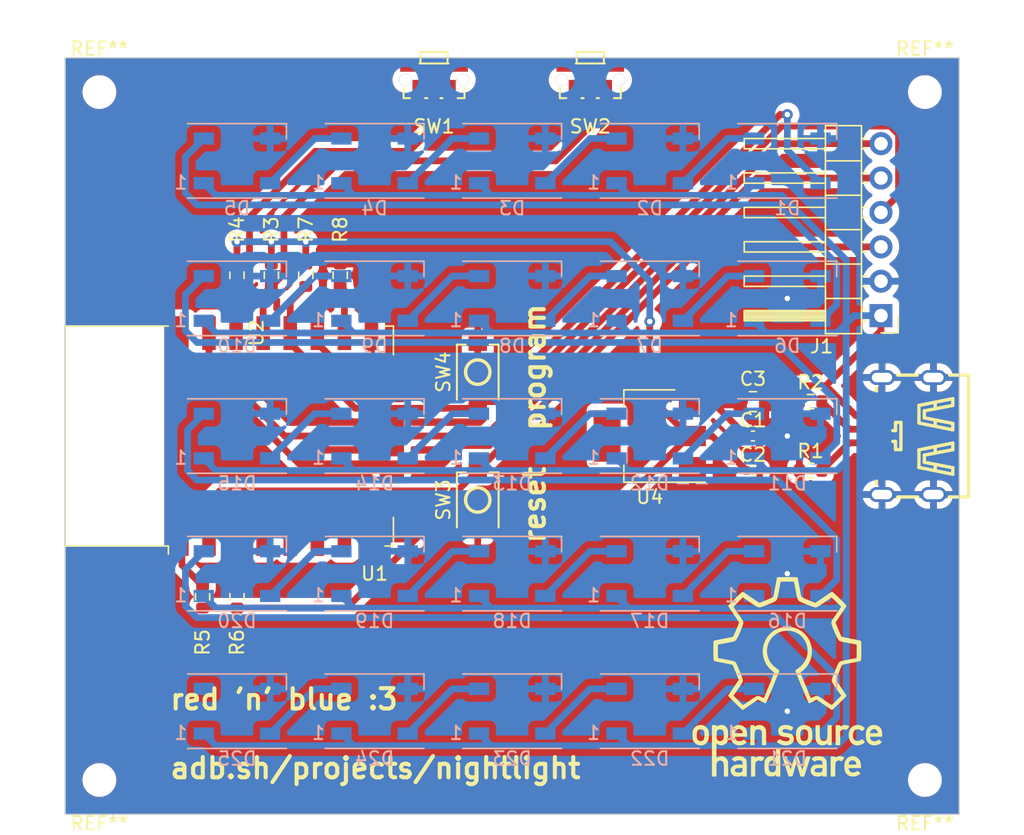
<source format=kicad_pcb>
(kicad_pcb (version 20221018) (generator pcbnew)
  (layers (0 "F.Cu" signal) (31 "B.Cu" signal) (34 "B.Paste" user) (35 "F.Paste" user) (36 "B.SilkS" user "B.Silkscreen") (37 "F.SilkS" user "F.Silkscreen") (38 "B.Mask" user) (39 "F.Mask" user) (44 "Edge.Cuts" user))
  (net 0 "")
  (net 1 "+5V")
  (net 2 "Net-(D1-DOUT)")
  (net 3 "GND")
  (net 5 "/neopixels")
  (net 10 "+3V3")
  (net 17 "/reset")
  (net 18 "Net-(U1-EN)")
  (net 19 "/program")
  (net 20 "Net-(U1-GPIO15)")
  (net 21 "/RX")
  (net 22 "/TX")
  (net 23 "Net-(D2-DOUT)")
  (net 24 "Net-(D3-DOUT)")
  (net 25 "Net-(D4-DOUT)")
  (net 26 "Net-(D6-DOUT)")
  (net 27 "Net-(D7-DOUT)")
  (net 28 "Net-(D8-DOUT)")
  (net 29 "Net-(D10-DIN)")
  (net 30 "Net-(D5-DOUT)")
  (net 31 "Net-(U2-CC1)")
  (net 32 "Net-(U2-CC2)")
  (net 33 "Net-(D10-DOUT)")
  (net 34 "Net-(D11-DOUT)")
  (net 35 "Net-(D12-DOUT)")
  (net 36 "Net-(D13-DOUT)")
  (net 37 "Net-(D14-DOUT)")
  (net 38 "Net-(D15-DOUT)")
  (net 39 "Net-(D16-DOUT)")
  (net 40 "Net-(D17-DOUT)")
  (net 41 "Net-(D18-DOUT)")
  (net 42 "Net-(D19-DOUT)")
  (net 43 "Net-(D20-DOUT)")
  (net 44 "Net-(D21-DOUT)")
  (net 45 "Net-(D22-DOUT)")
  (net 46 "Net-(D23-DOUT)")
  (net 47 "Net-(D24-DOUT)")
  (net 49 "/SW1")
  (net 50 "/SW2")
  (footprint "Resistor_SMD:R_0603_1608Metric" (layer "F.Cu") (at 98.235 73.66)
    (fp_text reference "R2")
    (fp_text value "R")
  )
  (footprint "Resistor_SMD:R_0603_1608Metric" (layer "F.Cu") (at 60.96 64.325 90)
    (fp_text reference "R7")
    (fp_text value "R")
  )
  (footprint "Package_TO_SOT_SMD:SOT-223-3_TabPin2" (layer "F.Cu") (at 86.36 76.2 180)
    (fp_text reference "U4")
    (fp_text value "AMS1117-3.3")
  )
  (footprint "Resistor_SMD:R_0603_1608Metric" (layer "F.Cu") (at 55.88 88.075 -90)
    (fp_text reference "R6")
    (fp_text value "R")
  )
  (footprint "MountingHole:MountingHole_2mm" (layer "F.Cu") (at 106.68 101.6 180)
    (fp_text reference "REF**")
    (fp_text value "MountingHole_2mm")
  )
  (footprint "Capacitor_SMD:C_0805_2012Metric" (layer "F.Cu") (at 93.98 73.66)
    (fp_text reference "C3")
    (fp_text value "C")
  )
  (footprint "LOGO" (layer "F.Cu") (at 96.52 93.98)
    (fp_text reference "G***" hide)
    (fp_text value "LOGO" hide)
  )
  (footprint "Resistor_SMD:R_0603_1608Metric" (layer "F.Cu") (at 98.235 78.74)
    (fp_text reference "R1")
    (fp_text value "R")
  )
  (footprint "Connector_PinHeader_2.54mm:PinHeader_1x06_P2.54mm_Horizontal" (layer "F.Cu") (at 103.435 67.31 180)
    (fp_text reference "J1")
    (fp_text value "Conn_01x06_Pin")
  )
  (footprint "MountingHole:MountingHole_2mm" (layer "F.Cu") (at 45.72 101.6 180)
    (fp_text reference "REF**")
    (fp_text value "MountingHole_2mm")
  )
  (footprint "nightlight:TYPE-C-SMD_TYPE-C-6P" (layer "F.Cu") (at 105.348474 76.2 90)
    (fp_text reference "U2")
    (fp_text value "USB-TYPE-C-009")
  )
  (footprint "Resistor_SMD:R_0603_1608Metric" (layer "F.Cu") (at 55.88 64.325 90)
    (fp_text reference "R4")
    (fp_text value "R")
  )
  (footprint "nightlight:KEY-SMD_SKRTLAE010" (layer "F.Cu") (at 81.97 49.82 180)
    (fp_text reference "SW2")
    (fp_text value "SKRTLAE010")
  )
  (footprint "MountingHole:MountingHole_2mm" (layer "F.Cu") (at 45.72 50.8)
    (fp_text reference "REF**")
    (fp_text value "MountingHole_2mm")
  )
  (footprint "RF_Module:ESP-12E" (layer "F.Cu") (at 55.313604 76.2 90)
    (fp_text reference "U1")
    (fp_text value "ESP-12F")
  )
  (footprint "Resistor_SMD:R_0603_1608Metric" (layer "F.Cu") (at 58.42 64.325 90)
    (fp_text reference "R3")
    (fp_text value "R")
  )
  (footprint "Capacitor_SMD:C_0402_1005Metric" (layer "F.Cu") (at 93.98 76.2)
    (fp_text reference "C1")
    (fp_text value "C")
  )
  (footprint "Capacitor_SMD:C_0402_1005Metric" (layer "F.Cu") (at 93.98 78.74)
    (fp_text reference "C2")
    (fp_text value "C")
  )
  (footprint "MountingHole:MountingHole_2mm" (layer "F.Cu") (at 106.68 50.8)
    (fp_text reference "REF**")
    (fp_text value "MountingHole_2mm")
  )
  (footprint "nightlight:KEY-SMD_SKRTLAE010" (layer "F.Cu") (at 70.43 49.82 180)
    (fp_text reference "SW1")
    (fp_text value "SKRTLAE010")
  )
  (footprint "Resistor_SMD:R_0603_1608Metric" (layer "F.Cu") (at 63.5 64.325 -90)
    (fp_text reference "R8")
    (fp_text value "R")
  )
  (footprint "nightlight:SW-SMD_L3.9-W3.0-P4.45" (layer "F.Cu") (at 73.66 71.48 -90)
    (fp_text reference "SW4")
    (fp_text value "SW_Push")
  )
  (footprint "Resistor_SMD:R_0603_1608Metric" (layer "F.Cu") (at 53.34 88.075 -90)
    (fp_text reference "R5")
    (fp_text value "R")
  )
  (footprint "nightlight:SW-SMD_L3.9-W3.0-P4.45" (layer "F.Cu") (at 73.66 80.92 -90)
    (fp_text reference "SW3")
    (fp_text value "SW_Push")
  )
  (footprint "LED_SMD:LED_WS2812B_PLCC4_5.0x5.0mm_P3.2mm" (layer "B.Cu") (at 66.04 76.2)
    (fp_text reference "D14")
    (fp_text value "WS2812B")
  )
  (footprint "LED_SMD:LED_WS2812B_PLCC4_5.0x5.0mm_P3.2mm" (layer "B.Cu") (at 86.36 66.04)
    (fp_text reference "D7")
    (fp_text value "WS2812B")
  )
  (footprint "LED_SMD:LED_WS2812B_PLCC4_5.0x5.0mm_P3.2mm" (layer "B.Cu") (at 96.52 76.2)
    (fp_text reference "D11")
    (fp_text value "WS2812B")
  )
  (footprint "LED_SMD:LED_WS2812B_PLCC4_5.0x5.0mm_P3.2mm" (layer "B.Cu") (at 86.36 76.2)
    (fp_text reference "D12")
    (fp_text value "WS2812B")
  )
  (footprint "LED_SMD:LED_WS2812B_PLCC4_5.0x5.0mm_P3.2mm" (layer "B.Cu") (at 76.2 55.88)
    (fp_text reference "D3")
    (fp_text value "WS2812B")
  )
  (footprint "LED_SMD:LED_WS2812B_PLCC4_5.0x5.0mm_P3.2mm" (layer "B.Cu") (at 55.88 55.88)
    (fp_text reference "D5")
    (fp_text value "WS2812B")
  )
  (footprint "LED_SMD:LED_WS2812B_PLCC4_5.0x5.0mm_P3.2mm" (layer "B.Cu") (at 76.2 66.04)
    (fp_text reference "D8")
    (fp_text value "WS2812B")
  )
  (footprint "LED_SMD:LED_WS2812B_PLCC4_5.0x5.0mm_P3.2mm" (layer "B.Cu") (at 86.36 96.52)
    (fp_text reference "D22")
    (fp_text value "WS2812B")
  )
  (footprint "LED_SMD:LED_WS2812B_PLCC4_5.0x5.0mm_P3.2mm" (layer "B.Cu") (at 76.2 86.36)
    (fp_text reference "D18")
    (fp_text value "WS2812B")
  )
  (footprint "LED_SMD:LED_WS2812B_PLCC4_5.0x5.0mm_P3.2mm" (layer "B.Cu") (at 76.2 76.2)
    (fp_text reference "D13")
    (fp_text value "WS2812B")
  )
  (footprint "LED_SMD:LED_WS2812B_PLCC4_5.0x5.0mm_P3.2mm" (layer "B.Cu") (at 86.36 55.88)
    (fp_text reference "D2")
    (fp_text value "WS2812B")
  )
  (footprint "LED_SMD:LED_WS2812B_PLCC4_5.0x5.0mm_P3.2mm" (layer "B.Cu") (at 66.04 96.52)
    (fp_text reference "D24")
    (fp_text value "WS2812B")
  )
  (footprint "LED_SMD:LED_WS2812B_PLCC4_5.0x5.0mm_P3.2mm" (layer "B.Cu") (at 76.2 96.52)
    (fp_text reference "D23")
    (fp_text value "WS2812B")
  )
  (footprint "LED_SMD:LED_WS2812B_PLCC4_5.0x5.0mm_P3.2mm" (layer "B.Cu") (at 86.36 86.36)
    (fp_text reference "D17")
    (fp_text value "WS2812B")
  )
  (footprint "LED_SMD:LED_WS2812B_PLCC4_5.0x5.0mm_P3.2mm" (layer "B.Cu") (at 55.88 76.2)
    (fp_text reference "D15")
    (fp_text value "WS2812B")
  )
  (footprint "LED_SMD:LED_WS2812B_PLCC4_5.0x5.0mm_P3.2mm" (layer "B.Cu") (at 66.04 86.36)
    (fp_text reference "D19")
    (fp_text value "WS2812B")
  )
  (footprint "LED_SMD:LED_WS2812B_PLCC4_5.0x5.0mm_P3.2mm" (layer "B.Cu") (at 55.88 86.36)
    (fp_text reference "D20")
    (fp_text value "WS2812B")
  )
  (footprint "LED_SMD:LED_WS2812B_PLCC4_5.0x5.0mm_P3.2mm" (layer "B.Cu") (at 96.52 96.52)
    (fp_text reference "D21")
    (fp_text value "WS2812B")
  )
  (footprint "LED_SMD:LED_WS2812B_PLCC4_5.0x5.0mm_P3.2mm" (layer "B.Cu") (at 55.88 96.52)
    (fp_text reference "D25")
    (fp_text value "WS2812B")
  )
  (footprint "LED_SMD:LED_WS2812B_PLCC4_5.0x5.0mm_P3.2mm" (layer "B.Cu") (at 66.04 55.88)
    (fp_text reference "D4")
    (fp_text value "WS2812B")
  )
  (footprint "LED_SMD:LED_WS2812B_PLCC4_5.0x5.0mm_P3.2mm" (layer "B.Cu") (at 55.88 66.04)
    (fp_text reference "D10")
    (fp_text value "WS2812B")
  )
  (footprint "LED_SMD:LED_WS2812B_PLCC4_5.0x5.0mm_P3.2mm" (layer "B.Cu") (at 96.52 66.04)
    (fp_text reference "D6")
    (fp_text value "WS2812B")
  )
  (footprint "LED_SMD:LED_WS2812B_PLCC4_5.0x5.0mm_P3.2mm" (layer "B.Cu") (at 96.52 55.88)
    (fp_text reference "D1")
    (fp_text value "WS2812B")
  )
  (footprint "LED_SMD:LED_WS2812B_PLCC4_5.0x5.0mm_P3.2mm" (layer "B.Cu") (at 66.04 66.04)
    (fp_text reference "D9")
    (fp_text value "WS2812B")
  )
  (footprint "LED_SMD:LED_WS2812B_PLCC4_5.0x5.0mm_P3.2mm" (layer "B.Cu") (at 96.52 86.36)
    (fp_text reference "D16")
    (fp_text value "WS2812B")
  )
  (gr_poly (pts (xy 43.18 48.26) (xy 109.22 48.26) (xy 109.22 104.14) (xy 43.18 104.14)) (stroke (width 0.1)) (fill none) (layer "Edge.Cuts"))
  (gr_text "red 'n' blue :3" (at 50.8 96.52) (layer "F.SilkS") (effects (font (size 1.5 1.5) (thickness 0.3) bold) (justify left bottom)))
  (gr_text "program" (at 78.74 71.12 90) (layer "F.SilkS") (effects (font (size 1.5 1.5) (thickness 0.3) bold) (justify bottom)))
  (gr_text "adb.sh/projects/nightlight" (at 50.8 101.6) (layer "F.SilkS") (effects (font (size 1.5 1.5) (thickness 0.3) bold) (justify left bottom)))
  (gr_text "reset" (at 78.74 81.28 90) (layer "F.SilkS") (effects (font (size 1.5 1.5) (thickness 0.3) bold) (justify bottom)))
  (segment (start 104.338474 74.9) (end 104.338474 77.5) (width 0.5) (layer "F.Cu") (net 1))
  (segment (start 99.365 72.485) (end 94.205 72.485) (width 0.5) (layer "F.Cu") (net 1))
  (segment (start 104.138474 74.7) (end 104.338474 74.9) (width 0.5) (layer "F.Cu") (net 1))
  (segment (start 103.435 68.415) (end 103.435 67.31) (width 0.5) (layer "F.Cu") (net 1))
  (segment (start 103.388474 74.7) (end 104.138474 74.7) (width 0.5) (layer "F.Cu") (net 1))
  (segment (start 104.338474 77.5) (end 104.138474 77.7) (width 0.5) (layer "F.Cu") (net 1))
  (segment (start 91.2 73.9) (end 89.51 73.9) (width 0.5) (layer "F.Cu") (net 1))
  (segment (start 99.365 72.485) (end 103.435 68.415) (width 0.5) (layer "F.Cu") (net 1))
  (segment (start 93.5 76.2) (end 91.2 73.9) (width 0.5) (layer "F.Cu") (net 1))
  (segment (start 94.205 72.485) (end 93.03 73.66) (width 0.5) (layer "F.Cu") (net 1))
  (segment (start 93.13 73.9) (end 93.37 73.66) (width 0.5) (layer "F.Cu") (net 1))
  (segment (start 101.58 74.7) (end 103.388474 74.7) (width 0.5) (layer "F.Cu") (net 1))
  (segment (start 99.365 72.485) (end 101.58 74.7) (width 0.5) (layer "F.Cu") (net 1))
  (segment (start 92.79 73.9) (end 93.03 73.66) (width 0.5) (layer "F.Cu") (net 1))
  (segment (start 89.51 73.9) (end 92.79 73.9) (width 0.5) (layer "F.Cu") (net 1))
  (segment (start 104.138474 77.7) (end 103.388474 77.7) (width 0.5) (layer "F.Cu") (net 1))
  (segment (start 84.81 88.91) (end 74.65 88.91) (width 0.5) (layer "B.Cu") (net 1))
  (segment (start 100.17 99.07) (end 94.97 99.07) (width 0.5) (layer "B.Cu") (net 1))
  (segment (start 54.33 68.59) (end 53.43 67.69) (width 0.5) (layer "B.Cu") (net 1))
  (segment (start 84.81 78.75) (end 94.97 78.75) (width 0.5) (layer "B.Cu") (net 1))
  (segment (start 103.435 67.31) (end 101.45 67.31) (width 0.5) (layer "B.Cu") (net 1))
  (segment (start 100.17 78.75) (end 94.97 78.75) (width 0.5) (layer "B.Cu") (net 1))
  (segment (start 64.49 78.75) (end 54.33 78.75) (width 0.5) (layer "B.Cu") (net 1))
  (segment (start 64.49 99.07) (end 54.33 99.07) (width 0.5) (layer "B.Cu") (net 1))
  (segment (start 100.87 78.05) (end 100.17 78.75) (width 0.5) (layer "B.Cu") (net 1))
  (segment (start 54.33 88.91) (end 53.43 88.01) (width 0.5) (layer "B.Cu") (net 1))
  (segment (start 84.81 88.91) (end 83.91 88.01) (width 0.5) (layer "B.Cu") (net 1))
  (segment (start 100.87 88.21) (end 100.87 98.37) (width 0.5) (layer "B.Cu") (net 1))
  (segment (start 74.65 99.07) (end 73.75 98.17) (width 0.5) (layer "B.Cu") (net 1))
  (segment (start 64.49 99.07) (end 63.59 98.17) (width 0.5) (layer "B.Cu") (net 1))
  (segment (start 54.33 78.75) (end 53.43 77.85) (width 0.5) (layer "B.Cu") (net 1))
  (segment (start 100.87 67.89) (end 100.17 68.59) (width 0.5) (layer "B.Cu") (net 1))
  (segment (start 93.17 58.43) (end 96.09995 58.43) (width 0.5) (layer "B.Cu") (net 1))
  (segment (start 64.49 88.91) (end 54.33 88.91) (width 0.5) (layer "B.Cu") (net 1))
  (segment (start 84.81 99.07) (end 83.91 98.17) (width 0.5) (layer "B.Cu") (net 1))
  (segment (start 84.81 78.75) (end 83.91 77.85) (width 0.5) (layer "B.Cu") (net 1))
  (segment (start 74.65 78.75) (end 73.75 77.85) (width 0.5) (layer "B.Cu") (net 1))
  (segment (start 84.81 68.59) (end 74.65 68.59) (width 0.5) (layer "B.Cu") (net 1))
  (segment (start 84.81 58.43) (end 83.91 57.53) (width 0.5) (layer "B.Cu") (net 1))
  (segment (start 94.97 78.75) (end 94.07 77.85) (width 0.5) (layer "B.Cu") (net 1))
  (segment (start 54.33 58.43) (end 53.43 57.53) (width 0.5) (layer "B.Cu") (net 1))
  (segment (start 84.81 58.43) (end 74.93 58.43) (width 0.5) (layer "B.Cu") (net 1))
  (segment (start 84.81 99.07) (end 74.65 99.07) (width 0.5) (layer "B.Cu") (net 1))
  (segment (start 100.87 63.200051) (end 100.87 67.89) (width 0.5) (layer "B.Cu") (net 1))
  (segment (start 100.87 98.37) (end 100.17 99.07) (width 0.5) (layer "B.Cu") (net 1))
  (segment (start 64.49 88.91) (end 63.59 88.01) (width 0.5) (layer "B.Cu") (net 1))
  (segment (start 84.81 68.59) (end 83.91 67.69) (width 0.5) (layer "B.Cu") (net 1))
  (segment (start 100.87 78.05) (end 100.87 88.21) (width 0.5) (layer "B.Cu") (net 1))
  (segment (start 64.49 78.75) (end 63.59 77.85) (width 0.5) (layer "B.Cu") (net 1))
  (segment (start 64.49 58.43) (end 54.33 58.43) (width 0.5) (layer "B.Cu") (net 1))
  (segment (start 74.65 68.59) (end 64.49 68.59) (width 0.5) (layer "B.Cu") (net 1))
  (segment (start 74.93 58.43) (end 64.49 58.43) (width 0.5) (layer "B.Cu") (net 1))
  (segment (start 94.97 88.91) (end 94.07 88.01) (width 0.5) (layer "B.Cu") (net 1))
  (segment (start 84.81 78.75) (end 74.65 78.75) (width 0.5) (layer "B.Cu") (net 1))
  (segment (start 74.65 68.59) (end 73.75 67.69) (width 0.5) (layer "B.Cu") (net 1))
  (segment (start 74.65 88.91) (end 73.75 88.01) (width 0.5) (layer "B.Cu") (net 1))
  (segment (start 94.97 99.07) (end 94.07 98.17) (width 0.5) (layer "B.Cu") (net 1))
  (segment (start 64.49 58.43) (end 63.59 57.53) (width 0.5) (layer "B.Cu") (net 1))
  (segment (start 74.93 58.43) (end 74.65 58.43) (width 0.5) (layer "B.Cu") (net 1))
  (segment (start 64.49 68.59) (end 54.33 68.59) (width 0.5) (layer "B.Cu") (net 1))
  (segment (start 100.87 88.21) (end 100.17 88.91) (width 0.5) (layer "B.Cu") (net 1))
  (segment (start 84.81 99.07) (end 94.97 99.07) (width 0.5) (layer "B.Cu") (net 1))
  (segment (start 74.65 78.75) (end 64.49 78.75) (width 0.5) (layer "B.Cu") (net 1))
  (segment (start 96.09995 58.43) (end 100.87 63.200051) (width 0.5) (layer "B.Cu") (net 1))
  (segment (start 100.17 88.91) (end 94.97 88.91) (width 0.5) (layer "B.Cu") (net 1))
  (segment (start 64.49 68.59) (end 63.59 67.69) (width 0.5) (layer "B.Cu") (net 1))
  (segment (start 94.97 68.59) (end 94.07 67.69) (width 0.5) (layer "B.Cu") (net 1))
  (segment (start 101.45 67.31) (end 100.87 67.89) (width 0.5) (layer "B.Cu") (net 1))
  (segment (start 84.81 88.91) (end 94.97 88.91) (width 0.5) (layer "B.Cu") (net 1))
  (segment (start 54.33 99.07) (end 53.43 98.17) (width 0.5) (layer "B.Cu") (net 1))
  (segment (start 94.07 57.53) (end 93.17 58.43) (width 0.5) (layer "B.Cu") (net 1))
  (segment (start 100.87 67.89) (end 100.87 78.05) (width 0.5) (layer "B.Cu") (net 1))
  (segment (start 100.17 68.59) (end 94.97 68.59) (width 0.5) (layer "B.Cu") (net 1))
  (segment (start 74.65 58.43) (end 73.75 57.53) (width 0.5) (layer "B.Cu") (net 1))
  (segment (start 74.65 99.07) (end 64.49 99.07) (width 0.5) (layer "B.Cu") (net 1))
  (segment (start 84.81 68.59) (end 94.97 68.59) (width 0.5) (layer "B.Cu") (net 1))
  (segment (start 74.65 88.91) (end 64.49 88.91) (width 0.5) (layer "B.Cu") (net 1))
  (segment (start 93.17 58.43) (end 84.81 58.43) (width 0.5) (layer "B.Cu") (net 1))
  (segment (start 94.07 54.23) (end 92.11 54.23) (width 0.5) (layer "B.Cu") (net 2))
  (segment (start 92.11 54.23) (end 88.81 57.53) (width 0.5) (layer "B.Cu") (net 2))
  (via (at 96.52 76.2) (size 0.8) (drill 0.4) (layers "F.Cu" "B.Cu") (net 3))
  (via (at 96.52 66.04) (size 0.8) (drill 0.4) (layers "F.Cu" "B.Cu") (net 3))
  (via (at 96.52 86.36) (size 0.8) (drill 0.4) (layers "F.Cu" "B.Cu") (net 3))
  (via (at 96.52 96.52) (size 0.8) (drill 0.4) (layers "F.Cu" "B.Cu") (net 3))
  (segment (start 61.813604 68.6) (end 61.813604 69.35) (width 0.5) (layer "F.Cu") (net 5))
  (segment (start 95.9797 52.4605) (end 96.52 52.4605) (width 0.5) (layer "F.Cu") (net 5))
  (segment (start 61.813604 69.35) (end 64.713604 72.25) (width 0.5) (layer "F.Cu") (net 5))
  (segment (start 64.713604 72.25) (end 76.1902 72.25) (width 0.5) (layer "F.Cu") (net 5))
  (segment (start 76.1902 72.25) (end 95.9797 52.4605) (width 0.5) (layer "F.Cu") (net 5))
  (via (at 96.52 52.4605) (size 0.8) (drill 0.4) (layers "F.Cu" "B.Cu") (net 5))
  (segment (start 96.52 55.08) (end 98.97 57.53) (width 0.5) (layer "B.Cu") (net 5))
  (segment (start 96.52 52.4605) (end 96.52 55.08) (width 0.5) (layer "B.Cu") (net 5))
  (segment (start 99.06 57.62) (end 98.97 57.53) (width 0.5) (layer "B.Cu") (net 5))
  (segment (start 58.42 61.85) (end 58.42 63.5) (width 0.5) (layer "F.Cu") (net 10))
  (segment (start 63.976802 88.9) (end 55.88 88.9) (width 0.5) (layer "F.Cu") (net 10))
  (segment (start 69.076802 83.8) (end 63.976802 88.9) (width 0.5) (layer "F.Cu") (net 10))
  (segment (start 55.813604 88.833604) (end 55.88 88.9) (width 0.5) (layer "F.Cu") (net 10))
  (segment (start 60.96 61.85) (end 60.96 63.5) (width 0.5) (layer "F.Cu") (net 10))
  (segment (start 65.813604 83.8) (end 65.813604 84.55) (width 0.5) (layer "F.Cu") (net 10))
  (segment (start 90.96 76.2) (end 89.51 76.2) (width 0.5) (layer "F.Cu") (net 10))
  (segment (start 89.26 76.2) (end 86.36 73.3) (width 0.5) (layer "F.Cu") (net 10))
  (segment (start 55.813604 63.566396) (end 55.88 63.5) (width 0.5) (layer "F.Cu") (net 10))
  (segment (start 93.5 78.74) (end 90.96 76.2) (width 0.5) (layer "F.Cu") (net 10))
  (segment (start 71.596802 81.28) (end 69.076802 83.8) (width 0.5) (layer "F.Cu") (net 10))
  (segment (start 89.51 76.2) (end 83.21 76.2) (width 0.5) (layer "F.Cu") (net 10))
  (segment (start 83.21 76.81) (end 83.21 76.2) (width 0.5) (layer "F.Cu") (net 10))
  (segment (start 55.88 61.85) (end 55.88 63.5) (width 0.5) (layer "F.Cu") (net 10))
  (segment (start 89.26 76.2) (end 84.18 81.28) (width 0.5) (layer "F.Cu") (net 10))
  (segment (start 89.51 76.2) (end 89.26 76.2) (width 0.5) (layer "F.Cu") (net 10))
  (segment (start 84.18 81.28) (end 71.596802 81.28) (width 0.5) (layer "F.Cu") (net 10))
  (segment (start 89.51 76.2) (end 88.29 76.2) (width 0.5) (layer "F.Cu") (net 10))
  (segment (start 86.36 73.3) (end 86.36 67.7405) (width 0.5) (layer "F.Cu") (net 10))
  (segment (start 55.88 88.9) (end 53.34 88.9) (width 0.5) (layer "F.Cu") (net 10))
  (segment (start 69.076802 83.8) (end 65.813604 83.8) (width 0.5) (layer "F.Cu") (net 10))
  (via (at 60.96 61.85) (size 0.8) (drill 0.4) (layers "F.Cu" "B.Cu") (net 10))
  (via (at 86.36 67.7405) (size 0.8) (drill 0.4) (layers "F.Cu" "B.Cu") (net 10))
  (via (at 58.42 61.85) (size 0.8) (drill 0.4) (layers "F.Cu" "B.Cu") (net 10))
  (via (at 55.88 61.85) (size 0.8) (drill 0.4) (layers "F.Cu" "B.Cu") (net 10))
  (segment (start 60.96 61.85) (end 83.47 61.85) (width 0.5) (layer "B.Cu") (net 10))
  (segment (start 60.96 61.85) (end 58.42 61.85) (width 0.5) (layer "B.Cu") (net 10))
  (segment (start 58.42 61.85) (end 55.88 61.85) (width 0.5) (layer "B.Cu") (net 10))
  (segment (start 86.36 64.74) (end 86.36 67.7405) (width 0.5) (layer "B.Cu") (net 10))
  (segment (start 83.47 61.85) (end 86.36 64.74) (width 0.5) (layer "B.Cu") (net 10))
  (segment (start 90.17 62.23) (end 73.66 78.74) (width 0.5) (layer "F.Cu") (net 17))
  (segment (start 51.813604 83.05) (end 51.813604 83.8) (width 0.5) (layer "F.Cu") (net 17))
  (segment (start 51.813604 85.723604) (end 53.34 87.25) (width 0.5) (layer "F.Cu") (net 17))
  (segment (start 73.66 78.74) (end 72.15 80.25) (width 0.5) (layer "F.Cu") (net 17))
  (segment (start 72.15 80.25) (end 54.613604 80.25) (width 0.5) (layer "F.Cu") (net 17))
  (segment (start 103.435 62.23) (end 90.17 62.23) (width 0.5) (layer "F.Cu") (net 17))
  (segment (start 51.813604 83.8) (end 51.813604 85.723604) (width 0.5) (layer "F.Cu") (net 17))
  (segment (start 54.613604 80.25) (end 51.813604 83.05) (width 0.5) (layer "F.Cu") (net 17))
  (segment (start 55.813604 83.8) (end 55.813604 87.183604) (width 0.5) (layer "F.Cu") (net 18))
  (segment (start 55.813604 87.183604) (end 55.88 87.25) (width 0.5) (layer "F.Cu") (net 18))
  (segment (start 96.12015 53.31) (end 104.11 53.31) (width 0.5) (layer "F.Cu") (net 19))
  (segment (start 59.813604 68.6) (end 59.813604 66.296396) (width 0.5) (layer "F.Cu") (net 19))
  (segment (start 59.813604 66.296396) (end 60.96 65.15) (width 0.5) (layer "F.Cu") (net 19))
  (segment (start 73.66 73.66) (end 73.17 74.15) (width 0.5) (layer "F.Cu") (net 19))
  (segment (start 104.735 53.935) (end 104.735 58.39) (width 0.5) (layer "F.Cu") (net 19))
  (segment (start 73.17 74.15) (end 64.613604 74.15) (width 0.5) (layer "F.Cu") (net 19))
  (segment (start 104.735 58.39) (end 103.435 59.69) (width 0.5) (layer "F.Cu") (net 19))
  (segment (start 104.11 53.31) (end 104.735 53.935) (width 0.5) (layer "F.Cu") (net 19))
  (segment (start 75.77015 73.66) (end 96.12015 53.31) (width 0.5) (layer "F.Cu") (net 19))
  (segment (start 64.613604 74.15) (end 59.813604 69.35) (width 0.5) (layer "F.Cu") (net 19))
  (segment (start 59.813604 69.35) (end 59.813604 68.6) (width 0.5) (layer "F.Cu") (net 19))
  (segment (start 73.66 73.66) (end 75.77015 73.66) (width 0.5) (layer "F.Cu") (net 19))
  (segment (start 63.813604 68.6) (end 63.813604 65.463604) (width 0.5) (layer "F.Cu") (net 20))
  (segment (start 63.813604 65.463604) (end 63.5 65.15) (width 0.5) (layer "F.Cu") (net 20))
  (segment (start 53.813604 70.603654) (end 53.813604 68.6) (width 0.5) (layer "F.Cu") (net 21))
  (segment (start 103.435 54.61) (end 95.8101 54.61) (width 0.5) (layer "F.Cu") (net 21))
  (segment (start 59.40995 76.2) (end 53.813604 70.603654) (width 0.5) (layer "F.Cu") (net 21))
  (segment (start 95.8101 54.61) (end 74.2201 76.2) (width 0.5) (layer "F.Cu") (net 21))
  (segment (start 74.2201 76.2) (end 59.40995 76.2) (width 0.5) (layer "F.Cu") (net 21))
  (segment (start 94.26005 57.15) (end 74.510049 76.9) (width 0.5) (layer "F.Cu") (net 22))
  (segment (start 103.435 57.15) (end 94.26005 57.15) (width 0.5) (layer "F.Cu") (net 22))
  (segment (start 60.47 78.25) (end 51.813604 69.593604) (width 0.5) (layer "F.Cu") (net 22))
  (segment (start 74.510049 76.9) (end 72.47 76.9) (width 0.5) (layer "F.Cu") (net 22))
  (segment (start 71.12 78.25) (end 60.47 78.25) (width 0.5) (layer "F.Cu") (net 22))
  (segment (start 51.813604 69.593604) (end 51.813604 68.6) (width 0.5) (layer "F.Cu") (net 22))
  (segment (start 72.47 76.9) (end 71.12 78.25) (width 0.5) (layer "F.Cu") (net 22))
  (segment (start 51.813604 67.85) (end 51.813604 68.6) (width 0.5) (layer "F.Cu") (net 22))
  (segment (start 83.91 54.23) (end 81.95 54.23) (width 0.5) (layer "B.Cu") (net 23))
  (segment (start 81.95 54.23) (end 78.65 57.53) (width 0.5) (layer "B.Cu") (net 23))
  (segment (start 71.79 54.23) (end 68.49 57.53) (width 0.5) (layer "B.Cu") (net 24))
  (segment (start 73.75 54.23) (end 71.79 54.23) (width 0.5) (layer "B.Cu") (net 24))
  (segment (start 61.63 54.23) (end 58.33 57.53) (width 0.5) (layer "B.Cu") (net 25))
  (segment (start 63.59 54.23) (end 61.63 54.23) (width 0.5) (layer "B.Cu") (net 25))
  (segment (start 94.07 64.39) (end 92.11 64.39) (width 0.5) (layer "B.Cu") (net 26))
  (segment (start 92.11 64.39) (end 88.81 67.69) (width 0.5) (layer "B.Cu") (net 26))
  (segment (start 83.91 64.39) (end 81.95 64.39) (width 0.5) (layer "B.Cu") (net 27))
  (segment (start 81.95 64.39) (end 78.65 67.69) (width 0.5) (layer "B.Cu") (net 27))
  (segment (start 73.75 64.39) (end 71.79 64.39) (width 0.5) (layer "B.Cu") (net 28))
  (segment (start 71.79 64.39) (end 68.49 67.69) (width 0.5) (layer "B.Cu") (net 28))
  (segment (start 63.59 64.39) (end 61.63 64.39) (width 0.5) (layer "B.Cu") (net 29))
  (segment (start 61.63 64.39) (end 58.33 67.69) (width 0.5) (layer "B.Cu") (net 29))
  (segment (start 95.81 59.13) (end 100.17 63.49) (width 0.5) (layer "B.Cu") (net 30))
  (segment (start 53.43 54.23) (end 52.07 55.59) (width 0.5) (layer "B.Cu") (net 30))
  (segment (start 100.17 63.49) (end 100.17 66.49) (width 0.5) (layer "B.Cu") (net 30))
  (segment (start 52.93 59.13) (end 95.81 59.13) (width 0.5) (layer "B.Cu") (net 30))
  (segment (start 100.17 66.49) (end 98.97 67.69) (width 0.5) (layer "B.Cu") (net 30))
  (segment (start 52.07 55.59) (end 52.07 58.27) (width 0.5) (layer "B.Cu") (net 30))
  (segment (start 52.07 58.27) (end 52.93 59.13) (width 0.5) (layer "B.Cu") (net 30))
  (segment (start 101.1 76.7) (end 103.388474 76.7) (width 0.5) (layer "F.Cu") (net 31))
  (segment (start 99.06 78.74) (end 101.1 76.7) (width 0.5) (layer "F.Cu") (net 31))
  (segment (start 101.1 75.7) (end 103.388474 75.7) (width 0.5) (layer "F.Cu") (net 32))
  (segment (start 99.06 73.66) (end 101.1 75.7) (width 0.5) (layer "F.Cu") (net 32))
  (segment (start 100.17 76.65) (end 98.97 77.85) (width 0.5) (layer "B.Cu") (net 33))
  (segment (start 52.07 65.75) (end 52.07 68.43) (width 0.5) (layer "B.Cu") (net 33))
  (segment (start 53.43 64.39) (end 52.07 65.75) (width 0.5) (layer "B.Cu") (net 33))
  (segment (start 52.93 69.29) (end 95.81 69.29) (width 0.5) (layer "B.Cu") (net 33))
  (segment (start 52.07 68.43) (end 52.93 69.29) (width 0.5) (layer "B.Cu") (net 33))
  (segment (start 100.17 73.65) (end 100.17 76.65) (width 0.5) (layer "B.Cu") (net 33))
  (segment (start 95.81 69.29) (end 100.17 73.65) (width 0.5) (layer "B.Cu") (net 33))
  (segment (start 92.11 74.55) (end 88.81 77.85) (width 0.5) (layer "B.Cu") (net 34))
  (segment (start 94.07 74.55) (end 92.11 74.55) (width 0.5) (layer "B.Cu") (net 34))
  (segment (start 81.95 74.55) (end 78.65 77.85) (width 0.5) (layer "B.Cu") (net 35))
  (segment (start 83.91 74.55) (end 81.95 74.55) (width 0.5) (layer "B.Cu") (net 35))
  (segment (start 73.75 74.55) (end 71.79 74.55) (width 0.5) (layer "B.Cu") (net 36))
  (segment (start 71.79 74.55) (end 68.49 77.85) (width 0.5) (layer "B.Cu") (net 36))
  (segment (start 61.63 74.55) (end 58.33 77.85) (width 0.5) (layer "B.Cu") (net 37))
  (segment (start 63.59 74.55) (end 61.63 74.55) (width 0.5) (layer "B.Cu") (net 37))
  (segment (start 100.17 86.81) (end 98.97 88.01) (width 0.5) (layer "B.Cu") (net 38))
  (segment (start 100.17 83.81) (end 100.17 86.81) (width 0.5) (layer "B.Cu") (net 38))
  (segment (start 52.23 75.75) (end 52.23 78.75) (width 0.5) (layer "B.Cu") (net 38))
  (segment (start 52.93 79.45) (end 95.81 79.45) (width 0.5) (layer "B.Cu") (net 38))
  (segment (start 95.81 79.45) (end 100.17 83.81) (width 0.5) (layer "B.Cu") (net 38))
  (segment (start 53.43 74.55) (end 52.23 75.75) (width 0.5) (layer "B.Cu") (net 38))
  (segment (start 52.23 78.75) (end 52.93 79.45) (width 0.5) (layer "B.Cu") (net 38))
  (segment (start 92.11 84.71) (end 88.81 88.01) (width 0.5) (layer "B.Cu") (net 39))
  (segment (start 94.07 84.71) (end 92.11 84.71) (width 0.5) (layer "B.Cu") (net 39))
  (segment (start 81.95 84.71) (end 78.65 88.01) (width 0.5) (layer "B.Cu") (net 40))
  (segment (start 83.91 84.71) (end 81.95 84.71) (width 0.5) (layer "B.Cu") (net 40))
  (segment (start 71.79 84.71) (end 68.49 88.01) (width 0.5) (layer "B.Cu") (net 41))
  (segment (start 73.75 84.71) (end 71.79 84.71) (width 0.5) (layer "B.Cu") (net 41))
  (segment (start 61.63 84.71) (end 58.33 88.01) (width 0.5) (layer "B.Cu") (net 42))
  (segment (start 63.59 84.71) (end 61.63 84.71) (width 0.5) (layer "B.Cu") (net 42))
  (segment (start 52.07 86.07) (end 52.07 88.75) (width 0.5) (layer "B.Cu") (net 43))
  (segment (start 53.43 84.71) (end 52.07 86.07) (width 0.5) (layer "B.Cu") (net 43))
  (segment (start 52.93 89.61) (end 95.81 89.61) (width 0.5) (layer "B.Cu") (net 43))
  (segment (start 52.07 88.75) (end 52.93 89.61) (width 0.5) (layer "B.Cu") (net 43))
  (segment (start 100.17 93.97) (end 100.17 96.97) (width 0.5) (layer "B.Cu") (net 43))
  (segment (start 100.17 96.97) (end 98.97 98.17) (width 0.5) (layer "B.Cu") (net 43))
  (segment (start 95.81 89.61) (end 100.17 93.97) (width 0.5) (layer "B.Cu") (net 43))
  (segment (start 92.11 94.87) (end 88.81 98.17) (width 0.5) (layer "B.Cu") (net 44))
  (segment (start 94.07 94.87) (end 92.11 94.87) (width 0.5) (layer "B.Cu") (net 44))
  (segment (start 81.95 94.87) (end 78.65 98.17) (width 0.5) (layer "B.Cu") (net 45))
  (segment (start 83.91 94.87) (end 81.95 94.87) (width 0.5) (layer "B.Cu") (net 45))
  (segment (start 71.79 94.87) (end 68.49 98.17) (width 0.5) (layer "B.Cu") (net 46))
  (segment (start 73.75 94.87) (end 71.79 94.87) (width 0.5) (layer "B.Cu") (net 46))
  (segment (start 63.59 94.87) (end 61.63 94.87) (width 0.5) (layer "B.Cu") (net 47))
  (segment (start 61.63 94.87) (end 58.33 98.17) (width 0.5) (layer "B.Cu") (net 47))
  (segment (start 57.813604 68.6) (end 57.813604 65.756396) (width 0.5) (layer "F.Cu") (net 49))
  (segment (start 59.345 60.035) (end 59.345 64.225) (width 0.5) (layer "F.Cu") (net 49))
  (segment (start 81.96 53.34) (end 79.42 55.88) (width 0.5) (layer "F.Cu") (net 49))
  (segment (start 63.5 55.88) (end 59.345 60.035) (width 0.5) (layer "F.Cu") (net 49))
  (segment (start 59.345 64.225) (end 58.42 65.15) (width 0.5) (layer "F.Cu") (net 49))
  (segment (start 57.813604 65.756396) (end 58.42 65.15) (width 0.5) (layer "F.Cu") (net 49))
  (segment (start 79.42 55.88) (end 63.5 55.88) (width 0.5) (layer "F.Cu") (net 49))
  (segment (start 81.96 50.8) (end 81.96 53.34) (width 0.5) (layer "F.Cu") (net 49))
  (segment (start 70.42 53.34) (end 68.58 55.18) (width 0.5) (layer "F.Cu") (net 50))
  (segment (start 55.813604 68.6) (end 55.813604 65.216396) (width 0.5) (layer "F.Cu") (net 50))
  (segment (start 68.58 55.18) (end 61.66 55.18) (width 0.5) (layer "F.Cu") (net 50))
  (segment (start 55.813604 65.216396) (end 55.88 65.15) (width 0.5) (layer "F.Cu") (net 50))
  (segment (start 70.42 50.8) (end 70.42 53.34) (width 0.5) (layer "F.Cu") (net 50))
  (segment (start 56.805 60.035) (end 56.805 64.225) (width 0.5) (layer "F.Cu") (net 50))
  (segment (start 61.66 55.18) (end 56.805 60.035) (width 0.5) (layer "F.Cu") (net 50))
  (segment (start 56.805 64.225) (end 55.88 65.15) (width 0.5) (layer "F.Cu") (net 50))
  (zone (net 3) (net_name "GND") (layers "F&B.Cu") (connect_pads (clearance 0.5)) (min_thickness 0.25) (fill yes (thermal_gap 0.5) (thermal_bridge_width 0.5) (island_removal_mode 1) (island_area_min 10))
    (polygon (pts (xy 109.22 48.26) (xy 43.18 48.26) (xy 43.18 104.14) (xy 109.22 104.14)))
  )
)
</source>
